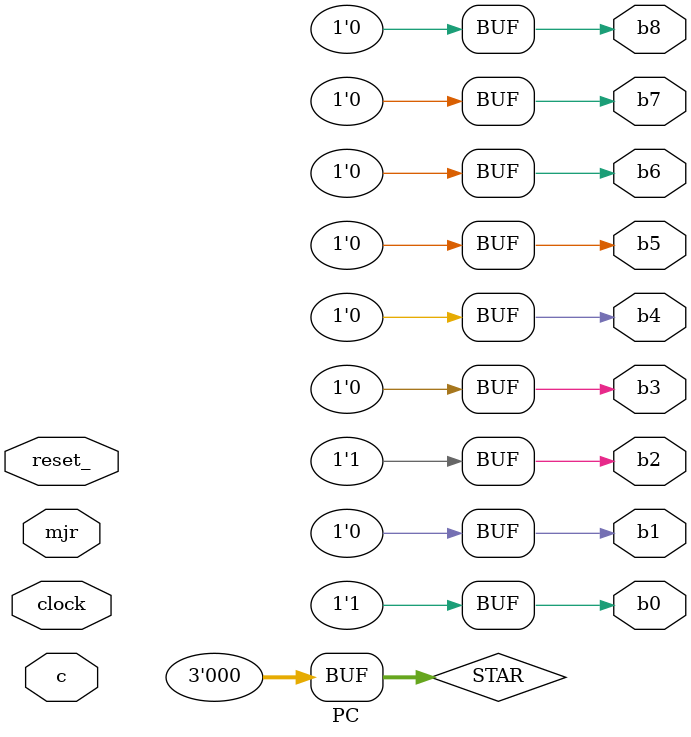
<source format=v>
module ABC (
    x,
    soc, eoc,
    out,
    clock, reset_
);

    input [7:0] x;
    output soc;
    input eoc;
    
    output out;
    
    input clock, reset_;

    wire [2:0] mjr;
    wire c;
    wire b8, b7, b6, b5, b4, b3, b2, b1, b0;

    PO po(
        x,
        soc, eoc,
        out,
        mjr,
        c,
        b8, b7, b6, b5, b4, b3, b2, b1, b0,
        clock, reset_
    );

    PC pc(
        mjr,
        c,
        b8, b7, b6, b5, b4, b3, b2, b1, b0,
        clock, reset_
    );

endmodule

module PO(
    x,
    soc, eoc,
    out,
    mjr,
    c,
    b8, b7, b6, b5, b4, b3, b2, b1, b0,
    clock, reset_
);
    input [7:0] x;
    output soc;
    input eoc;
    
    output out;
    
    input clock, reset_;

    output [2:0] mjr;
    output c;
    input b8, b7, b6, b5, b4, b3, b2, b1, b0;

    reg SOC;
    assign soc = SOC;

    reg OUT;
    assign out = OUT;
    
    reg [7:0] X2, X1, X0;

    // la codifica degli stati deve essere note alla parte operativa,
    // per pilotare correttamente MJR
    reg [2:0] MJR;
    assign mjr = MJR;
    localparam
        S0 = 0,
        S1 = 1,
        S2 = 2,
        S3 = 3,
        S4 = 4,
        S_read0 = 5,
        S_read1 = 6,
        S_read2 = 7;

    assign c = eoc;

    always @(posedge clock) if(reset_ == 1) #3 begin
        casex ({b1, b0})
            3'b00: MJR <= MJR;
            3'b01: MJR <= S1;
            3'b10: MJR <= S2;
            3'b11: MJR <= S3;
        endcase
    end

    always @(reset_ == 0) #1 begin
        OUT = 0;
    end

    always @(posedge clock) if(reset_ == 1) #3 begin
        casex ({b3, b2})
            2'b00: OUT <= OUT;
            2'b01: OUT <= 0;
            2'b1X: OUT <= ((X0 + X1 + X2) >= 164) ? 1 : 0;
        endcase
    end

    always @(reset_ == 0) #1 begin
        SOC = 0;
    end
    
    always @(posedge clock) if(reset_ == 1) #3 begin
        casex ({b5, b4})
            2'b00: SOC <= SOC;
            2'b1X: SOC <= 1;
            2'b01: SOC <= 0;
        endcase
    end

    always @(posedge clock) if(reset_ == 1) #3 begin
        casex ({b6})
            1'b0: X0 <= X0;
            1'b1: X0 <= x;
        endcase
    end

    always @(posedge clock) if(reset_ == 1) #3 begin
        casex ({b7})
            1'b0: X1 <= X1;
            1'b1: X1 <= X0;
        endcase
    end

    always @(posedge clock) if(reset_ == 1) #3 begin
        casex ({b8})
            1'b0: X2 <= X2;
            1'b1: X2 <= X0;
        endcase
    end

endmodule

module PC(
    mjr,
    c,
    b8, b7, b6, b5, b4, b3, b2, b1, b0,
    clock, reset_
);

    input clock, reset_;

    input [2:0] mjr;
    input c;
    output b8, b7, b6, b5, b4, b3, b2, b1, b0;

    assign {b8, b7, b6, b5, b4, b3, b2, b1, b0} =
        (STAR == S0) ?            9'b000000101 :
        (STAR == S1) ?            9'b100000010 :
        (STAR == S2) ?            9'b010000011 :
        (STAR == S3) ?            9'b000001X00 :
        (STAR == S_read0) ?       9'b0001X0000 :
        (STAR == S_read1) ?       9'b000010000 :
        /*(STAR == S_read2) ? */  9'b001000000 ;

    reg [2:0] STAR;
    localparam
        S0 = 0,
        S1 = 1,
        S2 = 2,
        S3 = 3,
        S_read0 = 4,
        S_read1 = 5,
        S_read2 = 6;

    always @(reset_ == 0) #1 begin
        STAR = S0;
    end

    always @(posedge clock) if(reset_ == 1) #3 begin
        casex (STAR)
            S0: STAR <= S_read0;
            S1: STAR <= S_read0;
            S2: STAR <= S_read0;
            S3: STAR <= S0;
            
            // microsottoprogramma per l'acquisizione di un campione
            S_read0: STAR <= c ? S_read0 : S_read1;
            S_read1: STAR <= c ? S_read2 : S_read1;
            S_read2: STAR <= mjr;
        endcase
    end

    // Per utilizzare il registro MJR, va esteso il modello di sintesi della parte controllo e la relativa ROM, in modo da distinguere i salti guidati da MJR e non (salti incondizionati o a due vie).

    // Per distinguere questi salti da quelli guidati da MJR, introduciamo un altro multiplexer guidato dal campo m-type della ROM
    // Questo varrà 0 per i salti incondizionati o a due vie e 1 per i salti guidati da MJR.

    // Per i salti incondizionati o a due vie, si utilizzano i campi m-addr T ed m-addr F della ROM, e un multiplexer guidato da una delle variabile di condizionamento prodotte dalla parte operativa.
    // Dato che, in questo caso, abbiamo una sola variabile di condizionamento, non c'è bisogno di distinguerle tramite un multiplexer ed il campo c_eff della ROM, che quindi omettiamo.

    /* 
    m-addr          | m-code      | m-addr T      | m-addr F      | m-type
    -------------------------------------------------------------------------
    001 (S1)        | 000000101   | 100 (S_read0) | 100 (S_read0) | 0
    000 (S0)        | 100000010   | 100 (S_read0) | 100 (S_read0) | 0
    010 (S2)        | 010000011   | 100 (S_read0) | 100 (S_read0) | 0
    011 (S3)        | 000001X00   | 000 (S0)      | 000 (S0)      | 0
    100 (S_read0)   | 0001X0000   | 100 (S_read0) | 101 (S_read1) | 0
    101 (S_read1)   | 000010000   | 110 (S_read2) | 101 (S_read1) | 0
    110 (S_read2)   | 001000000   | XXX           | XXX           | 1

    */

endmodule
</source>
